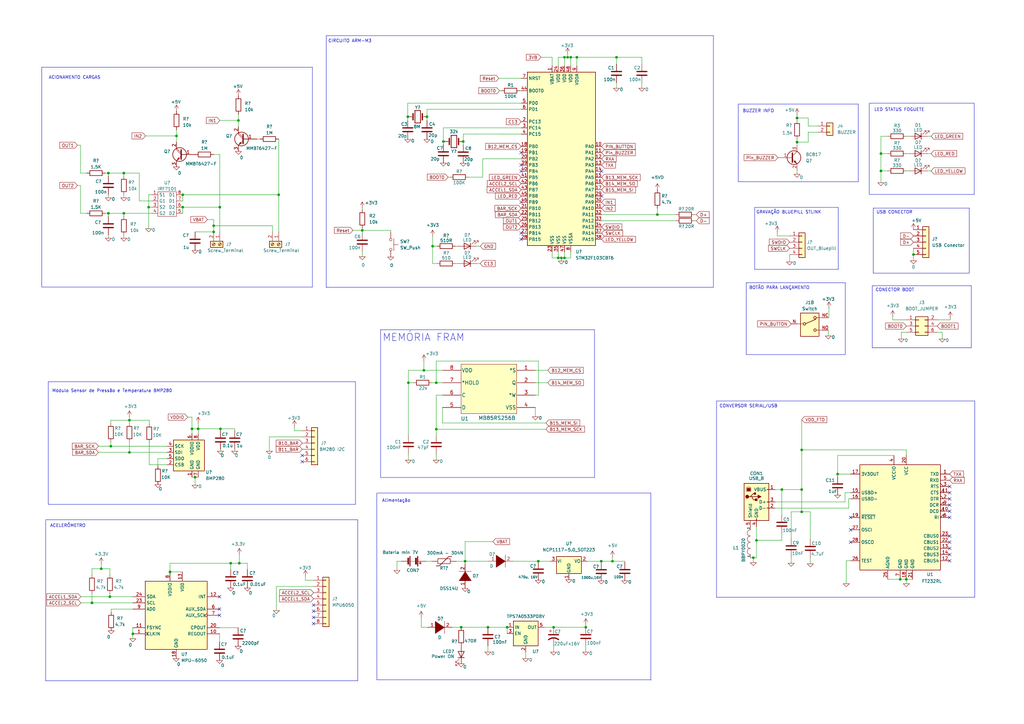
<source format=kicad_sch>
(kicad_sch (version 20230121) (generator eeschema)
  (paper "A3")
  (junction (at 371.729 237.617))
  (junction (at 53.086 185.547))
  (junction (at 326.898 58.293))
  (junction (at 328.803 200.787))
  (junction (at 236.601 23.495))
  (junction (at 252.857 23.495))
  (junction (at 181.864 58.039))
  (junction (at 240.2586 257.2766))
  (junction (at 328.803 209.931))
  (junction (at 320.675 200.787))
  (junction (at 44.45 70.993))
  (junction (at 269.621 88.011))
  (junction (at 167.513 156.972))
  (junction (at 41.529 233.299))
  (junction (at 114.3 79.883))
  (junction (at 326.898 48.387))
  (junction (at 90.17 84.963))
  (junction (at 90.424 175.895))
  (junction (at 251.206 230.1748))
  (junction (at 246.6086 230.1748))
  (junction (at 178.943 176.022))
  (junction (at 173.863 151.892))
  (junction (at 190.754 230.1748))
  (junction (at 177.419 100.965))
  (junction (at 87.63 92.583))
  (junction (at 232.791 23.495))
  (junction (at 44.45 87.503))
  (junction (at 343.535 194.437))
  (junction (at 167.259 47.879))
  (junction (at 220.8022 230.1748))
  (junction (at 80.01 195.707))
  (junction (at 60.96 84.963))
  (junction (at 45.085 244.729))
  (junction (at 230.251 105.791))
  (junction (at 74.93 84.963))
  (junction (at 361.315 70.104))
  (junction (at 310.261 221.615))
  (junction (at 369.189 237.617))
  (junction (at 87.63 95.123))
  (junction (at 98.171 231.013))
  (junction (at 231.521 23.495))
  (junction (at 189.992 58.039))
  (junction (at 175.133 47.879))
  (junction (at 54.483 259.969))
  (junction (at 45.466 183.007))
  (junction (at 69.723 234.569))
  (junction (at 361.315 62.992))
  (junction (at 308.991 228.727))
  (junction (at 50.8 87.503))
  (junction (at 228.981 105.791))
  (junction (at 78.74 175.895))
  (junction (at 74.93 79.883))
  (junction (at 81.28 175.895))
  (junction (at 374.65 104.394))
  (junction (at 148.59 94.488))
  (junction (at 189.1538 257.2766))
  (junction (at 234.061 23.495))
  (junction (at 227.0506 257.2766))
  (junction (at 178.943 156.972))
  (junction (at 97.79 49.403))
  (junction (at 72.39 55.753))
  (junction (at 231.521 105.791))
  (junction (at 37.719 247.269))
  (junction (at 94.615 231.013))
  (junction (at 208.0006 257.2766))
  (junction (at 328.803 184.531))
  (junction (at 53.086 172.339))
  (junction (at 50.8 70.993))
  (junction (at 200.1266 257.2766))
  (no_connect (at 213.741 95.631))
  (no_connect (at 348.869 222.377))
  (no_connect (at 213.741 62.611))
  (no_connect (at 213.741 70.231))
  (no_connect (at 213.741 98.171))
  (no_connect (at 246.761 70.231))
  (no_connect (at 90.043 244.729))
  (no_connect (at 389.509 227.457))
  (no_connect (at 389.509 219.837))
  (no_connect (at 128.6002 255.778))
  (no_connect (at 389.509 199.517))
  (no_connect (at 389.509 207.137))
  (no_connect (at 123.952 189.357))
  (no_connect (at 213.741 82.931))
  (no_connect (at 389.509 224.917))
  (no_connect (at 348.869 212.217))
  (no_connect (at 389.509 204.597))
  (no_connect (at 213.741 67.691))
  (no_connect (at 348.869 217.297))
  (no_connect (at 128.6002 253.238))
  (no_connect (at 128.6002 250.698))
  (no_connect (at 90.043 249.809))
  (no_connect (at 389.509 222.377))
  (no_connect (at 389.509 202.057))
  (no_connect (at 389.509 229.997))
  (no_connect (at 123.952 186.817))
  (no_connect (at 90.043 252.349))
  (no_connect (at 128.6002 248.158))
  (no_connect (at 389.509 212.217))
  (no_connect (at 246.761 80.391))
  (no_connect (at 389.509 209.677))
  (wire (pts (xy 123.952 176.657) (xy 120.777 176.657)))
  (wire (pts (xy 189.992 58.039) (xy 190.0428 58.0136)))
  (wire (pts (xy 175.133 47.879) (xy 175.133 49.403)))
  (wire (pts (xy 50.8 70.993) (xy 50.8 72.263)))
  (wire (pts (xy 87.63 92.583) (xy 87.63 90.043)))
  (wire (pts (xy 331.47 54.229) (xy 335.28 54.229)))
  (wire (pts (xy 208.534 54.991) (xy 213.741 54.991)))
  (wire (pts (xy 44.45 87.503) (xy 44.45 88.773)))
  (wire (pts (xy 236.601 23.495) (xy 252.857 23.495)))
  (wire (pts (xy 160.274 95.25) (xy 160.274 94.488)))
  (wire (pts (xy 204.597 32.131) (xy 213.741 32.131)))
  (wire (pts (xy 380.365 55.88) (xy 381.889 55.88)))
  (wire (pts (xy 87.63 95.123) (xy 80.01 95.123)))
  (wire (pts (xy 50.8 87.503) (xy 44.45 87.503)))
  (polyline (pts (xy 133.7818 14.605) (xy 292.608 14.605)))
  (polyline (pts (xy 266.954 278.8412) (xy 154.5844 278.8412)))
  (wire (pts (xy 187.198 230.1748) (xy 190.754 230.1748)))
  (wire (pts (xy 33.02 70.993) (xy 33.02 59.563)))
  (wire (pts (xy 45.466 172.339) (xy 53.086 172.339)))
  (wire (pts (xy 331.47 54.229) (xy 331.47 58.293)))
  (wire (pts (xy 96.266 175.895) (xy 90.424 175.895)))
  (wire (pts (xy 230.251 105.791) (xy 230.251 107.061)))
  (wire (pts (xy 167.513 156.972) (xy 167.513 178.562)))
  (wire (pts (xy 35.56 70.993) (xy 33.02 70.993)))
  (wire (pts (xy 87.63 90.043) (xy 85.09 90.043)))
  (wire (pts (xy 369.697 136.271) (xy 369.697 139.065)))
  (wire (pts (xy 69.723 231.013) (xy 94.615 231.013)))
  (wire (pts (xy 60.96 79.883) (xy 60.96 84.963)))
  (polyline (pts (xy 146.7358 279.2222) (xy 146.7358 213.1822)))
  (wire (pts (xy 190.754 222.123) (xy 202.1586 222.123)))
  (wire (pts (xy 148.59 93.599) (xy 148.59 94.488)))
  (wire (pts (xy 200.1266 264.8966) (xy 200.1266 267.4366)))
  (wire (pts (xy 361.315 62.992) (xy 361.315 70.104)))
  (wire (pts (xy 190.0428 54.9656) (xy 190.0428 58.0136)))
  (wire (pts (xy 228.981 27.051) (xy 228.981 23.495)))
  (wire (pts (xy 195.453 100.965) (xy 196.977 100.965)))
  (polyline (pts (xy 399.542 42.291) (xy 399.542 79.756)))
  (wire (pts (xy 220.8022 230.1748) (xy 220.8022 230.4034)))
  (wire (pts (xy 74.93 79.883) (xy 74.93 82.423)))
  (wire (pts (xy 361.315 55.88) (xy 361.315 62.992)))
  (wire (pts (xy 219.583 162.052) (xy 220.853 162.052)))
  (wire (pts (xy 213.741 65.151) (xy 197.9676 65.151)))
  (wire (pts (xy 240.2586 264.8966) (xy 240.2586 267.4366)))
  (wire (pts (xy 284.861 88.011) (xy 285.623 88.011)))
  (wire (pts (xy 90.424 175.895) (xy 90.424 176.657)))
  (polyline (pts (xy 145.796 206.883) (xy 19.812 206.883)))
  (wire (pts (xy 57.15 70.993) (xy 57.15 82.423)))
  (wire (pts (xy 310.261 221.615) (xy 320.675 221.615)))
  (wire (pts (xy 269.621 85.471) (xy 269.621 88.011)))
  (wire (pts (xy 31.75 59.563) (xy 33.02 59.563)))
  (polyline (pts (xy 352.044 74.549) (xy 302.768 74.549)))
  (wire (pts (xy 331.47 51.689) (xy 331.47 48.387)))
  (wire (pts (xy 78.74 171.069) (xy 76.962 171.069)))
  (wire (pts (xy 384.429 131.191) (xy 389.763 131.191)))
  (wire (pts (xy 226.441 27.051) (xy 226.441 23.495)))
  (wire (pts (xy 45.466 183.007) (xy 40.386 183.007)))
  (polyline (pts (xy 17.145 117.729) (xy 17.145 27.559)))
  (wire (pts (xy 348.869 229.997) (xy 347.091 229.997)))
  (wire (pts (xy 148.59 103.124) (xy 148.59 105.283)))
  (wire (pts (xy 208.0006 257.2766) (xy 208.0006 259.8166)))
  (wire (pts (xy 246.6086 230.1748) (xy 246.6086 230.632)))
  (wire (pts (xy 374.65 106.934) (xy 374.65 104.394)))
  (wire (pts (xy 231.521 27.051) (xy 231.521 23.495)))
  (wire (pts (xy 317.881 208.407) (xy 348.107 208.407)))
  (wire (pts (xy 61.214 181.483) (xy 61.214 190.627)))
  (wire (pts (xy 361.315 70.104) (xy 361.315 74.93)))
  (wire (pts (xy 228.981 23.495) (xy 231.521 23.495)))
  (wire (pts (xy 183.769 72.644) (xy 184.531 72.644)))
  (polyline (pts (xy 133.7818 14.7066) (xy 133.7818 117.9576)))
  (wire (pts (xy 190.754 231.1908) (xy 190.754 230.1748)))
  (wire (pts (xy 37.719 235.839) (xy 37.719 233.299)))
  (polyline (pts (xy 19.812 156.591) (xy 145.796 156.591)))
  (wire (pts (xy 263.271 23.495) (xy 263.271 26.289)))
  (wire (pts (xy 97.79 49.403) (xy 97.79 51.943)))
  (wire (pts (xy 60.96 84.963) (xy 60.96 93.853)))
  (wire (pts (xy 246.761 88.011) (xy 269.621 88.011)))
  (wire (pts (xy 328.803 209.931) (xy 324.485 209.931)))
  (wire (pts (xy 346.583 202.057) (xy 346.583 205.867)))
  (wire (pts (xy 361.315 62.992) (xy 364.109 62.992)))
  (wire (pts (xy 174.752 230.1748) (xy 177.038 230.1748)))
  (wire (pts (xy 190.754 222.123) (xy 190.754 230.1748)))
  (polyline (pts (xy 19.812 156.591) (xy 19.812 206.883)))
  (wire (pts (xy 328.803 184.531) (xy 371.729 184.531)))
  (wire (pts (xy 348.107 204.597) (xy 348.107 208.407)))
  (wire (pts (xy 61.214 172.339) (xy 61.214 173.863)))
  (wire (pts (xy 231.521 105.791) (xy 234.061 105.791)))
  (wire (pts (xy 310.261 221.615) (xy 310.261 228.727)))
  (wire (pts (xy 326.898 71.501) (xy 326.898 69.723)))
  (wire (pts (xy 228.981 105.791) (xy 230.251 105.791)))
  (wire (pts (xy 263.271 33.909) (xy 263.271 36.195)))
  (wire (pts (xy 221.869 23.495) (xy 226.441 23.495)))
  (wire (pts (xy 326.898 58.293) (xy 326.898 57.023)))
  (wire (pts (xy 53.086 185.547) (xy 40.386 185.547)))
  (wire (pts (xy 178.943 148.082) (xy 178.943 156.972)))
  (wire (pts (xy 31.75 76.073) (xy 33.02 76.073)))
  (polyline (pts (xy 358.14 85.344) (xy 397.51 85.344)))
  (wire (pts (xy 347.091 229.997) (xy 347.091 239.395)))
  (wire (pts (xy 319.024 64.643) (xy 319.278 64.643)))
  (wire (pts (xy 74.93 84.963) (xy 74.93 87.503)))
  (polyline (pts (xy 292.608 117.8052) (xy 133.7818 117.8052)))
  (wire (pts (xy 81.28 173.609) (xy 81.28 175.895)))
  (wire (pts (xy 185.4962 257.302) (xy 189.1538 257.2766)))
  (wire (pts (xy 234.061 105.791) (xy 234.061 103.251)))
  (wire (pts (xy 178.943 162.052) (xy 181.483 162.052)))
  (wire (pts (xy 210.4644 230.1494) (xy 220.8022 230.1748)))
  (wire (pts (xy 197.9676 72.644) (xy 192.151 72.644)))
  (polyline (pts (xy 18.7198 213.1822) (xy 146.7358 213.1822)))
  (wire (pts (xy 346.583 205.867) (xy 317.881 205.867)))
  (wire (pts (xy 240.9444 230.1748) (xy 246.6086 230.1748)))
  (wire (pts (xy 178.943 178.562) (xy 178.943 176.022)))
  (polyline (pts (xy 397.51 112.014) (xy 358.14 112.014)))
  (wire (pts (xy 227.0506 257.2766) (xy 240.2586 257.2766)))
  (polyline (pts (xy 397.51 85.344) (xy 397.51 112.014)))
  (wire (pts (xy 224.663 156.972) (xy 219.583 156.972)))
  (wire (pts (xy 374.65 101.854) (xy 374.65 104.394)))
  (wire (pts (xy 175.3362 257.302) (xy 172.7454 257.302)))
  (wire (pts (xy 45.085 244.729) (xy 54.483 244.729)))
  (wire (pts (xy 256.286 230.1748) (xy 251.206 230.1748)))
  (wire (pts (xy 200.1266 257.2766) (xy 208.0006 257.2766)))
  (polyline (pts (xy 358.14 85.344) (xy 358.14 112.014)))
  (wire (pts (xy 339.725 137.795) (xy 339.725 135.382)))
  (wire (pts (xy 81.28 175.895) (xy 90.424 175.895)))
  (wire (pts (xy 252.857 23.495) (xy 252.857 26.289)))
  (wire (pts (xy 144.78 94.488) (xy 148.59 94.488)))
  (wire (pts (xy 167.259 47.879) (xy 167.513 47.879)))
  (wire (pts (xy 78.74 171.069) (xy 78.74 175.895)))
  (wire (pts (xy 232.791 23.495) (xy 234.061 23.495)))
  (wire (pts (xy 386.461 136.271) (xy 386.461 139.065)))
  (wire (pts (xy 44.45 96.393) (xy 44.45 97.663)))
  (wire (pts (xy 251.206 228.5492) (xy 251.206 230.1748)))
  (wire (pts (xy 74.93 84.963) (xy 90.17 84.963)))
  (wire (pts (xy 223.901 173.482) (xy 181.483 173.482)))
  (polyline (pts (xy 292.608 14.605) (xy 292.608 117.8052)))
  (wire (pts (xy 343.535 186.817) (xy 343.535 194.437)))
  (wire (pts (xy 371.729 237.617) (xy 374.269 237.617)))
  (wire (pts (xy 64.77 188.087) (xy 68.58 188.087)))
  (wire (pts (xy 110.49 179.197) (xy 110.49 185.039)))
  (wire (pts (xy 33.147 247.269) (xy 37.719 247.269)))
  (wire (pts (xy 173.863 151.892) (xy 181.483 151.892)))
  (polyline (pts (xy 399.796 164.465) (xy 399.796 244.983)))
  (wire (pts (xy 328.803 209.931) (xy 332.359 209.931)))
  (wire (pts (xy 326.898 48.387) (xy 326.898 49.403)))
  (polyline (pts (xy 356.489 42.291) (xy 356.489 79.629)))
  (polyline (pts (xy 145.796 156.591) (xy 145.796 206.883)))
  (wire (pts (xy 44.45 79.883) (xy 44.45 81.153)))
  (wire (pts (xy 45.466 183.007) (xy 68.58 183.007)))
  (wire (pts (xy 366.141 131.191) (xy 371.729 131.191)))
  (wire (pts (xy 128.6002 240.538) (xy 113.3602 240.538)))
  (wire (pts (xy 74.93 79.883) (xy 114.3 79.883)))
  (wire (pts (xy 181.864 52.451) (xy 213.741 52.451)))
  (polyline (pts (xy 352.044 42.672) (xy 352.044 74.549)))
  (wire (pts (xy 167.259 47.879) (xy 167.259 49.403)))
  (wire (pts (xy 318.77 95.25) (xy 318.77 96.774)))
  (wire (pts (xy 284.861 90.551) (xy 285.623 90.551)))
  (wire (pts (xy 231.521 23.495) (xy 232.791 23.495)))
  (wire (pts (xy 53.086 181.229) (xy 53.086 185.547)))
  (wire (pts (xy 310.261 216.027) (xy 310.261 221.615)))
  (wire (pts (xy 78.74 175.895) (xy 81.28 175.895)))
  (wire (pts (xy 50.8 96.393) (xy 50.8 97.663)))
  (wire (pts (xy 98.171 231.013) (xy 101.473 231.013)))
  (wire (pts (xy 219.583 170.942) (xy 219.583 167.132)))
  (polyline (pts (xy 306.07 115.951) (xy 306.07 145.415)))
  (wire (pts (xy 252.857 23.495) (xy 263.271 23.495)))
  (wire (pts (xy 167.259 57.023) (xy 167.259 57.2262)))
  (wire (pts (xy 197.9676 65.151) (xy 197.9676 72.644)))
  (wire (pts (xy 195.453 108.077) (xy 196.977 108.077)))
  (wire (pts (xy 167.259 42.291) (xy 167.259 47.879)))
  (wire (pts (xy 335.28 51.689) (xy 331.47 51.689)))
  (wire (pts (xy 324.485 220.853) (xy 324.485 209.931)))
  (wire (pts (xy 204.851 37.211) (xy 205.613 37.211)))
  (wire (pts (xy 228.981 103.251) (xy 228.981 105.791)))
  (wire (pts (xy 361.315 55.88) (xy 364.109 55.88)))
  (wire (pts (xy 114.3 57.023) (xy 114.3 79.883)))
  (wire (pts (xy 105.41 57.023) (xy 106.68 57.023)))
  (wire (pts (xy 173.863 151.892) (xy 173.863 148.082)))
  (wire (pts (xy 320.675 200.787) (xy 328.803 200.787)))
  (wire (pts (xy 175.133 57.023) (xy 175.133 57.2262)))
  (polyline (pts (xy 128.143 117.729) (xy 17.272 117.729)))
  (wire (pts (xy 181.864 58.039) (xy 182.372 58.039)))
  (wire (pts (xy 50.8 70.993) (xy 57.15 70.993)))
  (wire (pts (xy 94.615 231.013) (xy 98.171 231.013)))
  (wire (pts (xy 339.979 130.302) (xy 339.725 130.302)))
  (wire (pts (xy 44.45 70.993) (xy 44.45 72.263)))
  (wire (pts (xy 181.864 58.039) (xy 181.864 59.2582)))
  (wire (pts (xy 175.133 44.831) (xy 213.741 44.831)))
  (wire (pts (xy 81.28 175.895) (xy 81.28 177.927)))
  (wire (pts (xy 50.8 79.883) (xy 50.8 81.153)))
  (wire (pts (xy 164.592 230.1748) (xy 162.814 230.1748)))
  (wire (pts (xy 90.043 259.969) (xy 90.043 263.271)))
  (wire (pts (xy 101.473 231.013) (xy 101.473 233.553)))
  (wire (pts (xy 60.96 79.883) (xy 62.23 79.883)))
  (wire (pts (xy 323.85 104.394) (xy 323.85 107.442)))
  (polyline (pts (xy 398.399 117.221) (xy 398.399 142.621)))
  (wire (pts (xy 78.74 175.895) (xy 78.74 177.927)))
  (wire (pts (xy 96.266 184.277) (xy 96.266 185.039)))
  (wire (pts (xy 328.803 209.931) (xy 328.803 200.787)))
  (polyline (pts (xy 302.768 42.799) (xy 302.768 74.549)))
  (wire (pts (xy 324.485 228.473) (xy 324.485 231.013)))
  (wire (pts (xy 94.615 233.553) (xy 94.615 231.013)))
  (wire (pts (xy 62.23 82.423) (xy 57.15 82.423)))
  (wire (pts (xy 226.441 103.251) (xy 226.441 105.791)))
  (wire (pts (xy 181.483 173.482) (xy 181.483 167.132)))
  (wire (pts (xy 62.23 87.503) (xy 50.8 87.503)))
  (wire (pts (xy 87.63 63.373) (xy 90.17 63.373)))
  (wire (pts (xy 220.853 148.082) (xy 178.943 148.082)))
  (wire (pts (xy 371.729 184.531) (xy 371.729 186.817)))
  (polyline (pts (xy 356.743 42.291) (xy 399.415 42.291)))
  (wire (pts (xy 90.17 63.373) (xy 90.17 84.963)))
  (wire (pts (xy 90.17 84.963) (xy 90.17 95.123)))
  (wire (pts (xy 80.01 195.707) (xy 78.74 195.707)))
  (wire (pts (xy 189.1538 257.2766) (xy 200.1266 257.2766)))
  (wire (pts (xy 120.777 176.657) (xy 120.777 175.006)))
  (polyline (pts (xy 154.7622 202.2094) (xy 266.954 202.2094)))
  (wire (pts (xy 331.47 58.293) (xy 326.898 58.293)))
  (wire (pts (xy 69.723 231.013) (xy 69.723 234.569)))
  (wire (pts (xy 189.992 58.039) (xy 189.992 59.3344)))
  (wire (pts (xy 186.817 108.077) (xy 187.833 108.077)))
  (wire (pts (xy 169.545 156.972) (xy 167.513 156.972)))
  (wire (pts (xy 189.1538 264.6426) (xy 189.1538 264.8966)))
  (wire (pts (xy 45.085 243.459) (xy 45.085 244.729)))
  (wire (pts (xy 33.147 244.729) (xy 45.085 244.729)))
  (polyline (pts (xy 399.542 79.756) (xy 356.489 79.756)))
  (wire (pts (xy 308.991 228.727) (xy 308.991 230.759)))
  (wire (pts (xy 348.869 194.437) (xy 343.535 194.437)))
  (polyline (pts (xy 293.878 164.465) (xy 293.878 244.983)))
  (wire (pts (xy 320.675 200.787) (xy 320.675 211.201)))
  (wire (pts (xy 148.59 85.979) (xy 148.59 85.344)))
  (polyline (pts (xy 18.7198 213.4362) (xy 18.7198 279.2222)))
  (wire (pts (xy 215.6206 270.129) (xy 215.6206 267.4366)))
  (wire (pts (xy 172.7454 257.302) (xy 172.7454 253.2634)))
  (wire (pts (xy 252.857 33.909) (xy 252.857 36.195)))
  (polyline (pts (xy 17.145 27.559) (xy 128.143 27.559)))
  (wire (pts (xy 332.359 228.727) (xy 332.359 231.267)))
  (wire (pts (xy 87.63 95.123) (xy 87.63 92.583)))
  (wire (pts (xy 178.943 176.022) (xy 178.943 162.052)))
  (wire (pts (xy 343.535 194.437) (xy 343.535 195.453)))
  (wire (pts (xy 59.69 55.753) (xy 72.39 55.753)))
  (wire (pts (xy 45.085 235.839) (xy 45.085 233.299)))
  (polyline (pts (xy 154.559 202.184) (xy 154.5844 278.8412)))
  (wire (pts (xy 380.365 70.104) (xy 381.889 70.104)))
  (wire (pts (xy 97.79 46.863) (xy 97.79 49.403)))
  (wire (pts (xy 178.943 188.722) (xy 178.943 186.182)))
  (wire (pts (xy 80.01 195.707) (xy 81.28 195.707)))
  (wire (pts (xy 374.65 104.394) (xy 374.6246 104.394)))
  (polyline (pts (xy 306.07 115.951) (xy 346.71 115.951)))
  (wire (pts (xy 186.817 100.965) (xy 187.833 100.965)))
  (polyline (pts (xy 343.789 85.09) (xy 343.789 110.49)))
  (wire (pts (xy 369.189 237.617) (xy 371.729 237.617)))
  (wire (pts (xy 90.17 49.403) (xy 97.79 49.403)))
  (polyline (pts (xy 266.954 202.2094) (xy 266.954 278.9682)))
  (wire (pts (xy 190.754 230.1748) (xy 200.3044 230.1494)))
  (wire (pts (xy 111.76 95.123) (xy 111.76 92.583)))
  (wire (pts (xy 110.49 179.197) (xy 123.952 179.197)))
  (wire (pts (xy 148.59 94.488) (xy 148.59 95.504)))
  (wire (pts (xy 87.63 92.583) (xy 111.76 92.583)))
  (polyline (pts (xy 398.399 142.621) (xy 357.759 142.621)))
  (polyline (pts (xy 156.083 135.255) (xy 243.84 135.255)))
  (wire (pts (xy 308.991 228.727) (xy 310.261 228.727)))
  (wire (pts (xy 177.165 156.972) (xy 178.943 156.972)))
  (wire (pts (xy 320.675 218.821) (xy 320.675 221.615)))
  (wire (pts (xy 53.086 172.339) (xy 61.214 172.339)))
  (wire (pts (xy 181.483 156.972) (xy 178.943 156.972)))
  (wire (pts (xy 61.214 190.627) (xy 68.58 190.627)))
  (wire (pts (xy 366.649 186.817) (xy 343.535 186.817)))
  (wire (pts (xy 53.086 185.547) (xy 68.58 185.547)))
  (wire (pts (xy 167.513 151.892) (xy 167.513 156.972)))
  (wire (pts (xy 69.723 234.569) (xy 74.803 234.569)))
  (wire (pts (xy 113.3602 240.538) (xy 113.3602 250.444)))
  (polyline (pts (xy 156.083 135.1788) (xy 156.083 195.7578)))
  (wire (pts (xy 318.77 96.774) (xy 323.85 96.774)))
  (wire (pts (xy 181.864 52.451) (xy 181.864 58.039)))
  (wire (pts (xy 54.483 262.001) (xy 54.483 259.969)))
  (wire (pts (xy 179.197 100.965) (xy 177.419 100.965)))
  (wire (pts (xy 45.593 249.809) (xy 45.593 251.079)))
  (polyline (pts (xy 309.499 85.09) (xy 343.789 85.09)))
  (wire (pts (xy 339.979 126.365) (xy 339.979 130.302)))
  (wire (pts (xy 348.869 202.057) (xy 346.583 202.057)))
  (wire (pts (xy 226.441 105.791) (xy 228.981 105.791)))
  (wire (pts (xy 331.47 48.387) (xy 326.898 48.387)))
  (wire (pts (xy 364.109 237.617) (xy 369.189 237.617)))
  (wire (pts (xy 167.513 188.722) (xy 167.513 186.182)))
  (wire (pts (xy 231.521 103.251) (xy 231.521 105.791)))
  (wire (pts (xy 37.719 247.269) (xy 37.719 243.459)))
  (wire (pts (xy 37.719 233.299) (xy 41.529 233.299)))
  (wire (pts (xy 389.763 131.191) (xy 389.763 130.429)))
  (wire (pts (xy 213.233 37.211) (xy 213.741 37.211)))
  (wire (pts (xy 227.0506 264.8966) (xy 227.0506 267.4366)))
  (wire (pts (xy 371.729 237.617) (xy 371.729 239.395)))
  (wire (pts (xy 90.043 257.429) (xy 97.663 257.429)))
  (wire (pts (xy 45.466 172.339) (xy 45.466 173.609)))
  (wire (pts (xy 54.483 249.809) (xy 45.593 249.809)))
  (wire (pts (xy 80.01 199.009) (xy 80.01 195.707)))
  (polyline (pts (xy 128.143 27.559) (xy 128.143 117.729)))
  (wire (pts (xy 50.8 87.503) (xy 50.8 88.773)))
  (wire (pts (xy 175.133 44.831) (xy 175.133 47.879)))
  (wire (pts (xy 269.621 88.011) (xy 277.241 88.011)))
  (wire (pts (xy 177.419 100.965) (xy 177.419 108.077)))
  (wire (pts (xy 173.863 151.892) (xy 167.513 151.892)))
  (wire (pts (xy 50.8 70.993) (xy 44.45 70.993)))
  (wire (pts (xy 332.359 209.931) (xy 332.359 221.107)))
  (polyline (pts (xy 293.878 164.465) (xy 399.796 164.465)))
  (wire (pts (xy 64.77 188.087) (xy 64.77 191.135)))
  (wire (pts (xy 326.898 58.293) (xy 326.898 59.563)))
  (wire (pts (xy 162.814 230.1748) (xy 162.814 233.9848)))
  (wire (pts (xy 43.18 70.993) (xy 44.45 70.993)))
  (wire (pts (xy 72.39 55.753) (xy 72.39 58.293)))
  (wire (pts (xy 234.061 27.051) (xy 234.061 23.495)))
  (polyline (pts (xy 357.759 117.221) (xy 398.399 117.221)))
  (wire (pts (xy 371.729 55.88) (xy 372.745 55.88)))
  (wire (pts (xy 371.729 62.992) (xy 372.745 62.992)))
  (wire (pts (xy 371.729 136.271) (xy 369.697 136.271)))
  (wire (pts (xy 230.251 105.791) (xy 231.521 105.791)))
  (wire (pts (xy 246.761 90.551) (xy 277.241 90.551)))
  (polyline (pts (xy 343.789 110.49) (xy 309.499 110.49)))
  (wire (pts (xy 43.18 87.503) (xy 44.45 87.503)))
  (wire (pts (xy 114.3 79.883) (xy 114.3 95.123)))
  (wire (pts (xy 53.086 172.339) (xy 53.086 173.609)))
  (wire (pts (xy 41.529 233.299) (xy 41.529 231.267)))
  (wire (pts (xy 234.061 23.495) (xy 236.601 23.495)))
  (polyline (pts (xy 357.759 117.221) (xy 357.759 142.621)))
  (wire (pts (xy 54.483 247.269) (xy 37.719 247.269)))
  (polyline (pts (xy 399.796 244.983) (xy 293.878 244.983)))
  (wire (pts (xy 361.315 70.104) (xy 364.109 70.104)))
  (wire (pts (xy 179.197 108.077) (xy 177.419 108.077)))
  (wire (pts (xy 380.365 62.992) (xy 381.889 62.992)))
  (wire (pts (xy 167.259 42.291) (xy 213.741 42.291)))
  (wire (pts (xy 223.2406 257.2766) (xy 227.0506 257.2766)))
  (wire (pts (xy 366.141 129.921) (xy 366.141 131.191)))
  (polyline (pts (xy 18.7198 279.2222) (xy 146.7358 279.2222)))
  (wire (pts (xy 90.424 184.277) (xy 90.424 185.039)))
  (wire (pts (xy 223.901 176.022) (xy 178.943 176.022)))
  (wire (pts (xy 220.8022 230.1748) (xy 225.7044 230.1748)))
  (wire (pts (xy 98.171 227.457) (xy 98.171 231.013)))
  (wire (pts (xy 384.429 136.271) (xy 386.461 136.271)))
  (wire (pts (xy 190.0428 54.9656) (xy 208.534 54.991)))
  (polyline (pts (xy 309.499 85.09) (xy 309.499 110.49)))
  (wire (pts (xy 251.206 230.1748) (xy 246.6086 230.1748)))
  (wire (pts (xy 240.2586 257.2766) (xy 240.2586 256.2606)))
  (wire (pts (xy 45.085 233.299) (xy 41.529 233.299)))
  (wire (pts (xy 348.869 204.597) (xy 348.107 204.597)))
  (wire (pts (xy 60.96 84.963) (xy 62.23 84.963)))
  (wire (pts (xy 326.898 47.117) (xy 326.898 48.387)))
  (wire (pts (xy 224.663 151.892) (xy 219.583 151.892)))
  (polyline (pts (xy 346.71 145.415) (xy 306.07 145.415)))
  (wire (pts (xy 72.39 53.213) (xy 72.39 55.753)))
  (wire (pts (xy 328.803 172.085) (xy 328.803 184.531)))
  (wire (pts (xy 328.803 184.531) (xy 328.803 200.787)))
  (wire (pts (xy 220.853 162.052) (xy 220.853 148.082)))
  (wire (pts (xy 160.274 94.488) (xy 148.59 94.488)))
  (wire (pts (xy 232.791 22.225) (xy 232.791 23.495)))
  (wire (pts (xy 53.086 171.069) (xy 53.086 172.339)))
  (wire (pts (xy 125.2728 237.998) (xy 125.2728 236.4232)))
  (wire (pts (xy 256.286 230.5812) (xy 256.286 230.1748)))
  (wire (pts (xy 317.881 200.787) (xy 320.675 200.787)))
  (wire (pts (xy 236.601 23.495) (xy 236.601 27.051)))
  (wire (pts (xy 371.729 70.104) (xy 372.745 70.104)))
  (wire (pts (xy 96.266 176.657) (xy 96.266 175.895)))
  (wire (pts (xy 45.466 181.229) (xy 45.466 183.007)))
  (polyline (pts (xy 243.84 195.834) (xy 156.083 195.834)))
  (wire (pts (xy 177.419 100.965) (xy 177.419 96.901)))
  (polyline (pts (xy 302.768 42.672) (xy 352.044 42.672)))
  (polyline (pts (xy 346.71 115.951) (xy 346.71 145.288)))
  (wire (pts (xy 307.721 228.727) (xy 308.991 228.727)))
  (wire (pts (xy 128.6002 237.998) (xy 125.2728 237.998)))
  (wire (pts (xy 35.56 87.503) (xy 33.02 87.503)))
  (polyline (pts (xy 243.84 135.255) (xy 243.84 195.834)))
  (wire (pts (xy 33.02 87.503) (xy 33.02 76.073)))
  (wire (pts (xy 54.483 257.429) (xy 54.483 259.969)))
  (text "MEMÓRIA FRAM" (at 156.845 140.335 0) (effects (font (size 3 3)) (justify left bottom)))
  (text "CIRCUITO ARM-M3\n" (at 134.5946 17.653 0) (effects (font (size 1.27 1.27)) (justify left bottom)))
  (text "LED STATUS FOGUETE" (at 358.521 45.847 0) (effects (font (size 1.27 1.27)) (justify left bottom)))
  (text "CONVERSOR SERIAL/USB" (at 295.021 167.386 0) (effects (font (size 1.27 1.27)) (justify left bottom)))
  (text "Alimentação" (at 156.6418 206.1718 0) (effects (font (size 1.27 1.27)) (justify left bottom)))
  (text "GRAVAÇÃO BLUEPILL STLINK" (at 310.134 87.884 0) (effects (font (size 1.27 1.27)) (justify left bottom)))
  (text "ACELERÔMETRO" (at 20.4978 216.4842 0) (effects (font (size 1.27 1.27)) (justify left bottom)))
  (text "BUZZER INFO\n" (at 304.546 46.355 0) (effects (font (size 1.27 1.27)) (justify left bottom)))
  (text "CONECTOR BOOT" (at 359.029 119.761 0) (effects (font (size 1.27 1.27)) (justify left bottom)))
  (text "BOTÃO PARA LANÇAMENTO" (at 307.213 118.872 0) (effects (font (size 1.27 1.27)) (justify left bottom)))
  (text "ACIONAMENTO CARGAS\n" (at 19.939 32.639 0) (effects (font (size 1.27 1.27)) (justify left bottom)))
  (text "Módulo Sensor de Pressão e Temperatura BMP280" (at 21.336 161.163 0) (effects (font (size 1.27 1.27)) (justify left bottom)))
  (text "USB CONECTOR" (at 359.41 87.884 0) (effects (font (size 1.27 1.27)) (justify left bottom)))
  (global_label "ACCEL1_SDA" (shape input) (at 213.741 77.851 180) (property "Intersheetrefs" "${INTERSHEET_REFS}" (effects hide)))
  (global_label "B13_MEM_SCK" (shape input) (at 246.761 72.771 0) (property "Intersheetrefs" "${INTERSHEET_REFS}" (effects hide)))
  (global_label "B14_MEM_SO" (shape input) (at 246.761 75.311 0) (property "Intersheetrefs" "${INTERSHEET_REFS}" (effects hide)))
  (global_label "LED_GREEN" (shape input) (at 381.889 55.88 0) (property "Intersheetrefs" "${INTERSHEET_REFS}" (effects hide)))
  (global_label "VBAT" (shape input) (at 202.1586 222.123 0) (property "Intersheetrefs" "${INTERSHEET_REFS}" (effects hide)))
  (global_label "SWCLK" (shape input) (at 323.85 101.854 180) (property "Intersheetrefs" "${INTERSHEET_REFS}" (effects hide)))
  (global_label "IN1" (shape input) (at 246.761 82.931 0) (property "Intersheetrefs" "${INTERSHEET_REFS}" (effects hide)))
  (global_label "BAR_SDA" (shape input) (at 213.741 88.011 180) (property "Intersheetrefs" "${INTERSHEET_REFS}" (effects hide)))
  (global_label "PIN_BUTTON" (shape input) (at 324.485 132.842 180) (property "Intersheetrefs" "${INTERSHEET_REFS}" (effects hide)))
  (global_label "IN2" (shape input) (at 246.761 85.471 0) (property "Intersheetrefs" "${INTERSHEET_REFS}" (effects hide)))
  (global_label "C13" (shape input) (at 196.977 108.077 0) (property "Intersheetrefs" "${INTERSHEET_REFS}" (effects hide)))
  (global_label "SWDIO" (shape input) (at 246.761 93.091 0) (property "Intersheetrefs" "${INTERSHEET_REFS}" (effects hide)))
  (global_label "BAR_SDA" (shape input) (at 40.386 185.547 180) (property "Intersheetrefs" "${INTERSHEET_REFS}" (effects hide)))
  (global_label "GND" (shape input) (at 196.977 100.965 0) (property "Intersheetrefs" "${INTERSHEET_REFS}" (effects hide)))
  (global_label "LED_RED" (shape input) (at 213.741 80.391 180) (property "Intersheetrefs" "${INTERSHEET_REFS}" (effects hide)))
  (global_label "ACCEL2_SCL" (shape input) (at 128.6002 243.078 180) (property "Intersheetrefs" "${INTERSHEET_REFS}" (effects hide)))
  (global_label "B15_MEM_SI" (shape input) (at 246.761 77.851 0) (property "Intersheetrefs" "${INTERSHEET_REFS}" (effects hide)))
  (global_label "ACCEL1_SDA" (shape input) (at 128.6002 245.618 180) (property "Intersheetrefs" "${INTERSHEET_REFS}" (effects hide)))
  (global_label "RXA" (shape input) (at 246.761 65.151 0) (property "Intersheetrefs" "${INTERSHEET_REFS}" (effects hide)))
  (global_label "IN1" (shape input) (at 90.17 49.403 180) (property "Intersheetrefs" "${INTERSHEET_REFS}" (effects hide)))
  (global_label "RXA" (shape input) (at 389.509 196.977 0) (property "Intersheetrefs" "${INTERSHEET_REFS}" (effects hide)))
  (global_label "B15_MEM_SI" (shape input) (at 223.901 173.482 0) (property "Intersheetrefs" "${INTERSHEET_REFS}" (effects hide)))
  (global_label "B12_MEM_CS" (shape input) (at 213.741 60.071 180) (property "Intersheetrefs" "${INTERSHEET_REFS}" (effects hide)))
  (global_label "SWCLK" (shape input) (at 246.761 95.631 0) (property "Intersheetrefs" "${INTERSHEET_REFS}" (effects hide)))
  (global_label "LED_YELLOW" (shape input) (at 246.761 98.171 0) (property "Intersheetrefs" "${INTERSHEET_REFS}" (effects hide)))
  (global_label "OUT2" (shape input) (at 213.741 93.091 180) (property "Intersheetrefs" "${INTERSHEET_REFS}" (effects hide)))
  (global_label "BOOT0" (shape input) (at 183.769 72.644 180) (property "Intersheetrefs" "${INTERSHEET_REFS}" (effects hide)))
  (global_label "LED_GREEN" (shape input) (at 213.741 72.771 180) (property "Intersheetrefs" "${INTERSHEET_REFS}" (effects hide)))
  (global_label "BOOT0" (shape input) (at 204.851 37.211 180) (property "Intersheetrefs" "${INTERSHEET_REFS}" (effects hide)))
  (global_label "ACCEL1_SDA" (shape input) (at 33.147 244.729 180) (property "Intersheetrefs" "${INTERSHEET_REFS}" (effects hide)))
  (global_label "C13" (shape input) (at 213.741 49.911 180) (property "Intersheetrefs" "${INTERSHEET_REFS}" (effects hide)))
  (global_label "B11_BAR" (shape input) (at 123.952 184.277 180) (property "Intersheetrefs" "${INTERSHEET_REFS}" (effects hide)))
  (global_label "B10_BAR" (shape input) (at 123.952 181.737 180) (property "Intersheetrefs" "${INTERSHEET_REFS}" (effects hide)))
  (global_label "D+" (shape input) (at 374.65 99.314 180) (property "Intersheetrefs" "${INTERSHEET_REFS}" (effects hide)))
  (global_label "TXA" (shape input) (at 246.761 67.691 0) (property "Intersheetrefs" "${INTERSHEET_REFS}" (effects hide)))
  (global_label "ACCEL2_SCL" (shape input) (at 213.741 75.311 180) (property "Intersheetrefs" "${INTERSHEET_REFS}" (effects hide)))
  (global_label "B12_MEM_CS" (shape input) (at 224.663 151.892 0) (property "Intersheetrefs" "${INTERSHEET_REFS}" (effects hide)))
  (global_label "D-" (shape input) (at 374.65 96.774 180) (property "Intersheetrefs" "${INTERSHEET_REFS}" (effects hide)))
  (global_label "D-" (shape input) (at 285.623 90.551 0) (property "Intersheetrefs" "${INTERSHEET_REFS}" (effects hide)))
  (global_label "Reset" (shape input) (at 144.78 94.488 180) (property "Intersheetrefs" "${INTERSHEET_REFS}" (effects hide)))
  (global_label "OUT2" (shape input) (at 31.75 76.073 180) (property "Intersheetrefs" "${INTERSHEET_REFS}" (effects hide)))
  (global_label "SWDIO" (shape input) (at 323.85 99.314 180) (property "Intersheetrefs" "${INTERSHEET_REFS}" (effects hide)))
  (global_label "B13_MEM_SCK" (shape input) (at 223.901 176.022 0) (property "Intersheetrefs" "${INTERSHEET_REFS}" (effects hide)))
  (global_label "VDD_FTD" (shape input) (at 328.803 172.085 0) (property "Intersheetrefs" "${INTERSHEET_REFS}" (effects hide)))
  (global_label "BAR_SCK" (shape input) (at 40.386 183.007 180) (property "Intersheetrefs" "${INTERSHEET_REFS}" (effects hide)))
  (global_label "BOOT1" (shape input) (at 384.429 133.731 0) (property "Intersheetrefs" "${INTERSHEET_REFS}" (effects hide)))
  (global_label "LED_YELLOW" (shape input) (at 381.889 70.104 0) (property "Intersheetrefs" "${INTERSHEET_REFS}" (effects hide)))
  (global_label "Pin_BUZZER" (shape input) (at 319.024 64.643 180) (property "Intersheetrefs" "${INTERSHEET_REFS}" (effects hide)))
  (global_label "ACCEL2_SCL" (shape input) (at 33.147 247.269 180) (property "Intersheetrefs" "${INTERSHEET_REFS}" (effects hide)))
  (global_label "PIN_BUTTON" (shape input) (at 246.761 60.071 0) (property "Intersheetrefs" "${INTERSHEET_REFS}" (effects hide)))
  (global_label "B14_MEM_SO" (shape input) (at 224.663 156.972 0) (property "Intersheetrefs" "${INTERSHEET_REFS}" (effects hide)))
  (global_label "OUT1" (shape input) (at 213.741 90.551 180) (property "Intersheetrefs" "${INTERSHEET_REFS}" (effects hide)))
  (global_label "VDDIO" (shape input) (at 76.962 171.069 180) (property "Intersheetrefs" "${INTERSHEET_REFS}" (effects hide)))
  (global_label "BAR_SCK" (shape input) (at 213.741 85.471 180) (property "Intersheetrefs" "${INTERSHEET_REFS}" (effects hide)))
  (global_label "3VB" (shape input) (at 221.869 23.495 180) (property "Intersheetrefs" "${INTERSHEET_REFS}" (effects hide)))
  (global_label "OUT1" (shape input) (at 31.75 59.563 180) (property "Intersheetrefs" "${INTERSHEET_REFS}" (effects hide)))
  (global_label "BOOT0" (shape input) (at 371.729 133.731 180) (property "Intersheetrefs" "${INTERSHEET_REFS}" (effects hide)))
  (global_label "VBAT" (shape input) (at 85.09 90.043 180) (property "Intersheetrefs" "${INTERSHEET_REFS}" (effects hide)))
  (global_label "IN2" (shape input) (at 59.69 55.753 180) (property "Intersheetrefs" "${INTERSHEET_REFS}" (effects hide)))
  (global_label "Pin_BUZZER" (shape input) (at 246.761 62.611 0) (property "Intersheetrefs" "${INTERSHEET_REFS}" (effects hide)))
  (global_label "TXA" (shape input) (at 389.509 194.437 0) (property "Intersheetrefs" "${INTERSHEET_REFS}" (effects hide)))
  (global_label "Reset" (shape input) (at 204.597 32.131 180) (property "Intersheetrefs" "${INTERSHEET_REFS}" (effects hide)))
  (global_label "D+" (shape input) (at 285.623 88.011 0) (property "Intersheetrefs" "${INTERSHEET_REFS}" (effects hide)))
  (global_label "LED_RED" (shape input) (at 381.889 62.992 0) (property "Intersheetrefs" "${INTERSHEET_REFS}" (effects hide)))
  (symbol (lib_id "Device:Crystal") (at 171.323 47.879 0) (unit 1)
    (property "Reference" "Y?" (at 171.323 44.069 0))
    (property "Value" "8M" (at 171.069 51.943 0))
  )
  (symbol (lib_id "pspice:0") (at 110.49 185.039 0) (unit 1)
    (property "Reference" "#GND0123" (effects hide))
    (property "Value" "0" (at 110.49 187.579 0))
  )
  (symbol (lib_id "power:+3.3V") (at 53.086 171.069 0) (unit 1)
    (property "Reference" "#PWR0106" (effects hide))
    (property "Value" "+3.3V" (at 53.467 166.6748 0))
  )
  (symbol (lib_id "Connector_Generic:Conn_01x04") (at 328.93 99.314 0) (unit 1)
    (property "Reference" "J?" (at 330.962 99.3139 0) (effects (justify left)))
    (property "Value" "OUT_Bluepill" (at 330.962 101.8539 0) (effects (justify left)))
  )
  (symbol (lib_id "Device:C") (at 80.01 98.933 0) (unit 1)
    (property "Reference" "C?" (at 74.93 96.52 0) (effects (justify left)))
    (property "Value" "1u" (at 75.057 101.473 0) (effects (justify left)))
  )
  (symbol (lib_id "Device:C") (at 200.1266 261.0866 0) (unit 1)
    (property "Reference" "C?" (at 202.7682 261.1882 0) (effects (justify left)))
    (property "Value" "100nF" (at 202.0062 263.3726 0) (effects (justify left)))
    (property "Footprint" "Capacitor_SMD:C_0603_1608Metric_Pad1.08x0.95mm_HandSolder" (effects hide))
  )
  (symbol (lib_id "Connector_Generic:Conn_01x02") (at 340.36 51.689 0) (unit 1)
    (property "Reference" "J4" (at 343.408 51.6889 0) (effects (justify left)))
    (property "Value" "BUZZER" (at 343.408 54.2289 0) (effects (justify left)))
  )
  (symbol (lib_id "power:+3.3V") (at 240.2586 256.2606 0) (unit 1)
    (property "Reference" "#PWR0116" (effects hide))
    (property "Value" "+3.3V" (at 240.6396 251.8664 0))
  )
  (symbol (lib_id "Connector:USB_B") (at 310.261 205.867 0) (unit 1)
    (property "Reference" "CON1" (at 310.261 194.183 0))
    (property "Value" "USB_B" (at 310.261 196.215 0))
    (property "Footprint" "Connector_USB:USB_B_Lumberg_2411_02_Horizontal" (effects hide))
    (property "Datasheet" " ~" (effects hide))
  )
  (symbol (lib_id "Device:C") (at 343.535 199.263 0) (unit 1)
    (property "Reference" "C11" (at 338.582 196.977 0) (effects (justify left)))
    (property "Value" "1uF" (at 339.725 201.549 0) (effects (justify left)))
    (property "Footprint" "Capacitor_SMD:C_0603_1608Metric_Pad1.08x0.95mm_HandSolder" (effects hide))
  )
  (symbol (lib_id "Device:Q_NPN_Darlington_BCE") (at 100.33 57.023 0) (mirror y) (unit 1)
    (property "Reference" "Q?" (at 95.25 55.7529 0) (effects (justify left)))
    (property "Value" "MMBT6427-F" (at 113.792 60.833 0) (effects (justify left)))
  )
  (symbol (lib_id "pspice:0") (at 263.271 36.195 0) (unit 1)
    (property "Reference" "#GND0104" (effects hide))
    (property "Value" "0" (at 265.303 36.703 0))
  )
  (symbol (lib_id "pspice:0") (at 230.251 107.061 0) (unit 1)
    (property "Reference" "#GND0109" (effects hide))
    (property "Value" "0" (at 232.283 107.569 0))
  )
  (symbol (lib_id "Device:R") (at 39.37 70.993 90) (unit 1)
    (property "Reference" "R?" (at 39.37 65.913 90))
    (property "Value" "1.5K" (at 39.37 68.453 90))
  )
  (symbol (lib_id "power:+3.3V") (at 232.791 22.225 0) (unit 1)
    (property "Reference" "#PWR0104" (effects hide))
    (property "Value" "+3.3V" (at 232.537 18.669 0))
  )
  (symbol (lib_id "Sensor_Motion:MPU-6050") (at 72.263 252.349 0) (unit 1)
    (property "Reference" "U?" (at 74.2824 268.351 0) (effects (justify left)))
    (property "Value" "MPU-6050" (at 74.2824 270.891 0) (effects (justify left)))
    (property "Footprint" "Sensor_Motion:InvenSense_QFN-24_4x4mm_P0.5mm" (effects hide))
    (property "Datasheet" "https://store.invensense.com/datasheets/invensense/MPU-6050_DataSheet_V3%204.pdf" (effects hide))
  )
  (symbol (lib_id "pspice:0") (at 160.274 105.41 0) (unit 1)
    (property "Reference" "#GND0105" (effects hide))
    (property "Value" "0" (at 160.655 108.839 0))
  )
  (symbol (lib_id "HLI-M-rescue:FM25V10-GTR-2021-05-23_22-45-04") (at 200.533 159.512 0) (mirror y) (unit 1)
    (property "Reference" "U1" (at 190.627 171.704 0) (effects (font (size 1.524 1.524))))
    (property "Value" "MB85RS256B" (at 203.835 171.45 0) (effects (font (size 1.524 1.524))))
    (property "Footprint" "4:FM25V10-GTR" (effects hide))
  )
  (symbol (lib_id "Device:R") (at 209.423 37.211 90) (unit 1)
    (property "Reference" "R1" (at 209.423 34.925 90))
    (property "Value" "100K" (at 209.423 39.497 90))
  )
  (symbol (lib_id "MCU_ST_STM32F1:STM32F103C8Tx") (at 231.521 65.151 0) (unit 1)
    (property "Reference" "U?" (at 236.0804 103.251 0) (effects (justify left)))
    (property "Value" "STM32F103CBT6" (at 236.0804 105.791 0) (effects (justify left)))
    (property "Footprint" "Package_QFP:LQFP-48_7x7mm_P0.5mm" (effects hide))
    (property "Datasheet" "http://www.st.com/st-web-ui/static/active/en/resource/technical/document/datasheet/CD00161566.pdf" (effects hide))
  )
  (symbol (lib_id "Device:R") (at 189.1538 261.0866 0) (unit 1)
    (property "Reference" "R?" (at 185.0898 263.1186 0) (effects (justify left)))
    (property "Value" "470R" (at 190.4238 262.8646 0) (effects (justify left)))
    (property "Footprint" "Resistor_SMD:R_0603_1608Metric_Pad0.98x0.95mm_HandSolder" (effects hide))
  )
  (symbol (lib_id "Device:R") (at 269.621 81.661 0) (unit 1)
    (property "Reference" "R?" (at 271.272 80.391 0) (effects (justify left)))
    (property "Value" "4.7k" (at 271.272 82.931 0) (effects (justify left)))
  )
  (symbol (lib_id "Device:R") (at 367.919 70.104 90) (unit 1)
    (property "Reference" "R?" (at 367.919 65.786 90))
    (property "Value" "330" (at 367.919 67.818 90))
  )
  (symbol (lib_id "pspice:0") (at 369.697 139.065 0) (unit 1)
    (property "Reference" "#GND0147" (effects hide))
    (property "Value" "0" (at 371.729 139.573 0))
  )
  (symbol (lib_id "pspice:0") (at 256.286 238.2012 0) (unit 1)
    (property "Reference" "#GND0131" (effects hide))
    (property "Value" "0" (at 258.318 238.7092 0))
  )
  (symbol (lib_id "Connector:Screw_Terminal_01x02") (at 90.17 100.203 270) (unit 1)
    (property "Reference" "J?" (at 92.71 100.203 90) (effects (justify left)))
    (property "Value" "Screw_Terminal" (at 85.09 102.743 90) (effects (justify left)))
  )
  (symbol (lib_name "+5V_2") (lib_id "power:+5V") (at 172.7454 253.2634 0) (unit 1)
    (property "Reference" "#PWR0114" (effects hide))
    (property "Value" "+5V" (at 172.7454 248.4628 0))
  )
  (symbol (lib_id "Device:C") (at 178.943 182.372 0) (mirror y) (unit 1)
    (property "Reference" "C2" (at 176.022 181.2036 0) (effects (justify left)))
    (property "Value" "47pF" (at 176.022 183.515 0) (effects (justify left)))
    (property "Footprint" "Capacitor_SMD:C_0603_1608Metric_Pad1.08x0.95mm_HandSolder" (effects hide))
  )
  (symbol (lib_id "Device:R") (at 50.8 76.073 0) (unit 1)
    (property "Reference" "R?" (at 52.578 74.803 0) (effects (justify left)))
    (property "Value" "10k" (at 52.578 77.343 0) (effects (justify left)))
  )
  (symbol (lib_id "pspice:0") (at 167.513 188.722 0) (unit 1)
    (property "Reference" "#GND0138" (effects hide))
    (property "Value" "0" (at 169.545 189.23 0))
  )
  (symbol (lib_id "pspice:0") (at 54.483 262.001 0) (unit 1)
    (property "Reference" "#GND0111" (effects hide))
    (property "Value" "0" (at 53.467 264.541 0))
  )
  (symbol (lib_id "Sensor_Pressure:BMP280") (at 78.74 188.087 0) (unit 1)
    (property "Reference" "U?" (at 84.328 193.675 0) (effects (justify left)))
    (property "Value" "BMP280" (at 84.328 196.215 0) (effects (justify left)))
    (property "Footprint" "Package_LGA:Bosch_LGA-8_2x2.5mm_P0.65mm_ClockwisePinNumbering" (effects hide))
    (property "Datasheet" "https://ae-bst.resource.bosch.com/media/_tech/media/datasheets/BST-BMP280-DS001.pdf" (effects hide))
  )
  (symbol (lib_id "power:+3.3V") (at 389.763 130.429 0) (unit 1)
    (property "Reference" "#PWR0117" (effects hide))
    (property "Value" "+3.3V" (at 389.763 125.857 0))
  )
  (symbol (lib_id "pspice:0") (at 181.864 66.8782 0) (unit 1)
    (property "Reference" "#GND0102" (effects hide))
    (property "Value" "0" (at 183.896 67.3862 0))
  )
  (symbol (lib_id "Device:LED") (at 191.643 108.077 180) (unit 1)
    (property "Reference" "D?" (at 191.643 103.759 0))
    (property "Value" "LED" (at 191.643 105.537 0))
  )
  (symbol (lib_id "Device:LED") (at 376.555 70.104 180) (unit 1)
    (property "Reference" "D?" (at 376.555 65.786 0))
    (property "Value" "LED" (at 376.555 67.564 0))
  )
  (symbol (lib_id "Device:R") (at 72.39 49.403 0) (unit 1)
    (property "Reference" "R?" (at 74.93 48.768 0) (effects (justify left)))
    (property "Value" "10k" (at 74.93 51.308 0) (effects (justify left)))
  )
  (symbol (lib_id "Device:C") (at 167.513 182.372 0) (mirror y) (unit 1)
    (property "Reference" "C1" (at 164.592 181.2036 0) (effects (justify left)))
    (property "Value" "100nF" (at 164.592 183.515 0) (effects (justify left)))
    (property "Footprint" "Capacitor_SMD:C_0603_1608Metric_Pad1.08x0.95mm_HandSolder" (effects hide))
  )
  (symbol (lib_id "pspice:0") (at 233.3244 237.7948 0) (unit 1)
    (property "Reference" "#GND0142" (effects hide))
    (property "Value" "0" (at 235.3564 238.3028 0))
  )
  (symbol (lib_id "power:+3.3V") (at 318.77 95.25 0) (unit 1)
    (property "Reference" "#PWR0120" (effects hide))
    (property "Value" "+3.3V" (at 316.23 91.694 0))
  )
  (symbol (lib_id "Device:C") (at 44.45 92.583 0) (unit 1)
    (property "Reference" "C?" (at 38.862 91.186 0) (effects (justify left)))
    (property "Value" "100n" (at 37.719 95.504 0) (effects (justify left)))
  )
  (symbol (lib_id "Device:C") (at 189.992 63.1444 0) (unit 1)
    (property "Reference" "C8" (at 190.754 60.8584 0) (effects (justify left)))
    (property "Value" "20p" (at 190.3222 65.278 0) (effects (justify left)))
  )
  (symbol (lib_id "pspice:0") (at 72.263 270.129 0) (unit 1)
    (property "Reference" "#GND0117" (effects hide))
    (property "Value" "0" (at 73.279 272.415 0))
  )
  (symbol (lib_id "Regulator_Linear:NCP1117-5.0_SOT223") (at 233.3244 230.1748 0) (unit 1)
    (property "Reference" "U?" (at 233.3244 222.9612 0))
    (property "Value" "NCP1117-5.0_SOT223" (at 233.3244 225.5012 0))
    (property "Footprint" "Package_TO_SOT_SMD:SOT-223-3_TabPin2" (effects hide))
    (property "Datasheet" "http://www.onsemi.com/pub_link/Collateral/NCP1117-D.PDF" (effects hide))
  )
  (symbol (lib_id "pspice:0") (at 50.8 97.663 0) (unit 1)
    (property "Reference" "#GND0127" (effects hide))
    (property "Value" "0" (at 52.832 98.171 0))
  )
  (symbol (lib_id "Device:LED") (at 189.1538 268.4526 270) (mirror x) (unit 1)
    (property "Reference" "LED?" (at 186.3598 267.1826 90) (effects (justify right)))
    (property "Value" "Power ON" (at 186.3598 269.2146 90) (effects (justify right)))
    (property "Footprint" "LED_SMD:LED_0603_1608Metric_Pad1.05x0.95mm_HandSolder" (effects hide))
  )
  (symbol (lib_id "Device:C") (at 44.45 76.073 0) (unit 1)
    (property "Reference" "C?" (at 39.116 74.422 0) (effects (justify left)))
    (property "Value" "100n" (at 38.862 78.74 0) (effects (justify left)))
  )
  (symbol (lib_id "Device:C") (at 148.59 99.314 0) (unit 1)
    (property "Reference" "C6" (at 145.288 97.028 0) (effects (justify left)))
    (property "Value" "100n" (at 143.002 101.6 0) (effects (justify left)))
  )
  (symbol (lib_id "Device:R") (at 50.8 92.583 0) (unit 1)
    (property "Reference" "R?" (at 53.34 91.948 0) (effects (justify left)))
    (property "Value" "10k" (at 53.34 94.488 0) (effects (justify left)))
  )
  (symbol (lib_id "pspice:0") (at 178.943 188.722 0) (unit 1)
    (property "Reference" "#GND0137" (effects hide))
    (property "Value" "0" (at 180.975 189.23 0))
  )
  (symbol (lib_id "pspice:0") (at 44.45 97.663 0) (unit 1)
    (property "Reference" "#GND0128" (effects hide))
    (property "Value" "0" (at 46.482 98.171 0))
  )
  (symbol (lib_id "pspice:0") (at 220.8022 238.0234 0) (unit 1)
    (property "Reference" "#GND0141" (effects hide))
    (property "Value" "0" (at 222.8342 238.5314 0))
  )
  (symbol (lib_id "power:+5VD") (at 269.621 77.851 0) (unit 1)
    (property "Reference" "#PWR0101" (effects hide))
    (property "Value" "+5VD" (at 269.621 72.771 0))
  )
  (symbol (lib_id "Interface_USB:FT232RL") (at 369.189 212.217 0) (unit 1)
    (property "Reference" "U1" (at 380.111 235.585 0) (effects (justify left)))
    (property "Value" "FT232RL" (at 378.079 238.379 0) (effects (justify left)))
    (property "Footprint" "Package_SO:SSOP-28_5.3x10.2mm_P0.65mm" (effects hide))
    (property "Datasheet" "https://www.ftdichip.com/Support/Documents/DataSheets/ICs/DS_FT232R.pdf" (effects hide))
  )
  (symbol (lib_id "Device:C") (at 240.2586 261.0866 0) (unit 1)
    (property "Reference" "C?" (at 240.6396 259.0546 0) (effects (justify left)))
    (property "Value" "100nF" (at 240.6396 263.7536 0) (effects (justify left)))
    (property "Footprint" "Capacitor_SMD:C_0603_1608Metric_Pad1.08x0.95mm_HandSolder" (effects hide))
  )
  (symbol (lib_id "Device:C") (at 90.043 267.081 0) (unit 1)
    (property "Reference" "C?" (at 90.551 264.287 0) (effects (justify left)))
    (property "Value" "0.1uF" (at 90.805 269.621 0) (effects (justify left)))
  )
  (symbol (lib_id "pspice:0") (at 374.65 106.934 0) (unit 1)
    (property "Reference" "#GND0146" (effects hide))
    (property "Value" "0" (at 374.65 109.474 0))
  )
  (symbol (lib_id "pspice:0") (at 332.359 231.267 0) (mirror y) (unit 1)
    (property "Reference" "#GND05" (effects hide))
    (property "Value" "0" (effects hide))
  )
  (symbol (lib_id "power:+3.3V") (at 366.141 129.921 0) (unit 1)
    (property "Reference" "#PWR0119" (effects hide))
    (property "Value" "+3.3V" (at 366.141 125.349 0))
  )
  (symbol (lib_id "power:+3.3V") (at 173.863 148.082 0) (mirror y) (unit 1)
    (property "Reference" "#PWR0115" (effects hide))
    (property "Value" "+3.3V" (at 177.165 145.034 0))
  )
  (symbol (lib_id "Device:CP1") (at 227.0506 261.0866 0) (unit 1)
    (property "Reference" "C?" (at 227.4316 259.0546 0) (effects (justify left)))
    (property "Value" "220uFx16V" (at 227.1776 264.0076 0) (effects (justify left)))
    (property "Footprint" "Capacitor_THT:CP_Radial_D6.3mm_P2.50mm" (effects hide))
  )
  (symbol (lib_id "pspice:0") (at 96.266 185.039 0) (unit 1)
    (property "Reference" "#GND0122" (effects hide))
    (property "Value" "0" (at 97.028 186.817 0))
  )
  (symbol (lib_id "power:+3.3V") (at 148.59 85.344 0) (unit 1)
    (property "Reference" "#PWR0102" (effects hide))
    (property "Value" "+3.3V" (at 152.273 83.185 0))
  )
  (symbol (lib_id "pspice:0") (at 308.991 230.759 0) (unit 1)
    (property "Reference" "#GND03" (effects hide))
    (property "Value" "0" (effects hide))
  )
  (symbol (lib_id "power:+3.3V") (at 81.28 173.609 0) (unit 1)
    (property "Reference" "#PWR0112" (effects hide))
    (property "Value" "+3.3V" (at 83.566 169.545 0))
  )
  (symbol (lib_id "Device:R") (at 45.085 239.649 0) (unit 1)
    (property "Reference" "R?" (at 47.371 238.3789 0) (effects (justify left)))
    (property "Value" "4.7k" (at 46.609 240.919 0) (effects (justify left)))
  )
  (symbol (lib_id "pspice:0") (at 148.59 105.283 0) (unit 1)
    (property "Reference" "#GND0106" (effects hide))
    (property "Value" "0" (at 148.971 108.712 0))
  )
  (symbol (lib_id "Transistor_BJT:BC817") (at 324.358 64.643 0) (unit 1)
    (property "Reference" "Q?" (at 330.454 65.9131 0) (effects (justify left)))
    (property "Value" "BC817" (at 330.454 63.3731 0) (effects (justify left)))
    (property "Footprint" "Package_TO_SOT_SMD:SOT-23" (effects hide))
    (property "Datasheet" "https://www.onsemi.com/pub/Collateral/BC818-D.pdf" (effects hide))
  )
  (symbol (lib_id "Device:R") (at 326.898 53.213 180) (unit 1)
    (property "Reference" "R?" (at 322.326 51.435 0) (effects (justify right)))
    (property "Value" "1,5k" (at 320.802 54.483 0) (effects (justify right)))
  )
  (symbol (lib_id "pspice:0") (at 361.315 74.93 0) (unit 1)
    (property "Reference" "#GND01" (effects hide))
    (property "Value" "0" (at 363.347 75.438 0))
  )
  (symbol (lib_id "pspice:0") (at 371.729 239.395 0) (mirror y) (unit 1)
    (property "Reference" "#GND08" (effects hide))
    (property "Value" "0" (effects hide))
  )
  (symbol (lib_id "Device:Battery") (at 169.672 230.1748 270) (unit 1)
    (property "Reference" "CON?" (at 169.3672 233.9086 90))
    (property "Value" "Bateria min 7V" (at 164.1856 226.568 90))
    (property "Footprint" "bt1:BAT_BH123A" (effects hide))
  )
  (symbol (lib_id "pspice:0") (at 44.45 81.153 0) (unit 1)
    (property "Reference" "#GND0129" (effects hide))
    (property "Value" "0" (at 46.482 81.661 0))
  )
  (symbol (lib_id "pspice:DIODE") (at 205.3844 230.1494 0) (unit 1)
    (property "Reference" "D?" (at 201.8538 227.2792 0))
    (property "Value" "D" (at 201.5744 232.1814 0))
    (property "Footprint" "Diode_SMD:D_SOD-123" (effects hide))
  )
  (symbol (lib_id "Device:Q_NPN_Darlington_BCE") (at 74.93 63.373 0) (mirror y) (unit 1)
    (property "Reference" "Q?" (at 69.85 62.1029 0) (effects (justify left)))
    (property "Value" "MMBT6427-F" (at 88.9 67.183 0) (effects (justify left)))
  )
  (symbol (lib_id "pspice:0") (at 240.2586 267.4366 0) (unit 1)
    (property "Reference" "#GND0144" (effects hide))
    (property "Value" "0" (at 242.2906 267.9446 0))
  )
  (symbol (lib_id "Device:C") (at 263.271 30.099 0) (unit 1)
    (property "Reference" "C2" (at 259.969 27.813 0) (effects (justify left)))
    (property "Value" "100n" (at 257.937 32.639 0) (effects (justify left)))
  )
  (symbol (lib_id "Device:R") (at 281.051 88.011 90) (unit 1)
    (property "Reference" "R?" (at 279.527 85.725 90))
    (property "Value" "20R" (at 282.829 85.725 90))
  )
  (symbol (lib_id "pspice:0") (at 324.485 231.013 0) (mirror y) (unit 1)
    (property "Reference" "#GND04" (effects hide))
    (property "Value" "0" (effects hide))
  )
  (symbol (lib_id "pspice:0") (at 326.898 71.501 0) (unit 1)
    (property "Reference" "#GND0148" (effects hide))
    (property "Value" "0" (at 328.676 72.771 0))
  )
  (symbol (lib_id "Device:C") (at 252.857 30.099 0) (unit 1)
    (property "Reference" "C1" (at 249.301 27.813 0) (effects (justify left)))
    (property "Value" "100n" (at 247.523 32.639 0) (effects (justify left)))
  )
  (symbol (lib_id "Connector:Screw_Terminal_01x02") (at 114.3 100.203 270) (unit 1)
    (property "Reference" "J?" (at 116.84 100.203 90) (effects (justify left)))
    (property "Value" "Screw_Terminal" (at 107.95 102.743 90) (effects (justify left)))
  )
  (symbol (lib_id "Device:R") (at 83.82 63.373 90) (unit 1)
    (property "Reference" "R?" (at 83.82 58.293 90))
    (property "Value" "1M" (at 83.82 60.833 90))
  )
  (symbol (lib_id "pspice:DIODE") (at 180.4162 257.302 0) (unit 1)
    (property "Reference" "D?" (at 180.6194 253.746 0))
    (property "Value" "D" (at 180.3654 261.4676 0))
    (property "Footprint" "Diode_SMD:D_SOD-123" (effects hide))
  )
  (symbol (lib_id "pspice:INDUCTOR") (at 307.721 222.377 90) (unit 1)
    (property "Reference" "L1" (at 300.609 224.663 90) (effects (justify right)))
    (property "Value" "BBPY0020" (at 304.927 220.599 0) (effects (justify right)))
    (property "Footprint" "Inductor_SMD:L_0805_2012Metric" (effects hide))
  )
  (symbol (lib_id "Switch:SW_Push") (at 160.274 100.33 270) (unit 1)
    (property "Reference" "SW?" (at 164.084 99.0599 90) (effects (justify left)))
    (property "Value" "SW_Push" (at 164.084 101.5999 90) (effects (justify left)))
  )
  (symbol (lib_id "Device:LED") (at 191.643 100.965 180) (unit 1)
    (property "Reference" "D?" (at 191.643 96.393 0))
    (property "Value" "LED" (at 191.643 98.425 0))
  )
  (symbol (lib_id "Device:R") (at 183.007 100.965 90) (unit 1)
    (property "Reference" "R?" (at 183.007 96.647 90))
    (property "Value" "510R" (at 183.007 98.679 90))
  )
  (symbol (lib_id "pspice:0") (at 175.133 57.2262 0) (unit 1)
    (property "Reference" "#GND0107" (effects hide))
    (property "Value" "0" (at 177.2412 58.039 0))
  )
  (symbol (lib_id "Device:C") (at 96.266 180.467 0) (unit 1)
    (property "Reference" "C?" (at 96.774 178.181 0) (effects (justify left)))
    (property "Value" "1u" (at 97.028 182.753 0) (effects (justify left)))
  )
  (symbol (lib_id "Device:Thermistor") (at 182.118 230.1748 90) (unit 1)
    (property "Reference" "RT?" (at 182.0926 233.0196 90))
    (property "Value" "300mA - 304N" (at 182.5752 226.7966 90))
    (property "Footprint" "Resistor_SMD:R_1812_4532Metric" (effects hide))
  )
  (symbol (lib_id "pspice:0") (at 189.992 66.9544 0) (unit 1)
    (property "Reference" "#GND0101" (effects hide))
    (property "Value" "0" (at 192.024 67.4624 0))
  )
  (symbol (lib_id "pspice:0") (at 200.1266 267.4366 0) (unit 1)
    (property "Reference" "#GND0134" (effects hide))
    (property "Value" "0" (at 202.1586 267.9446 0))
  )
  (symbol (lib_id "Device:C") (at 181.864 63.0682 0) (unit 1)
    (property "Reference" "C7" (at 179.07 60.7822 0) (effects (justify left)))
    (property "Value" "20p" (at 176.5554 65.2018 0) (effects (justify left)))
  )
  (symbol (lib_id "pspice:0") (at 386.461 139.065 0) (unit 1)
    (property "Reference" "#GND0145" (effects hide))
    (property "Value" "0" (at 388.493 139.573 0))
  )
  (symbol (lib_id "Connector_Generic:Conn_01x05") (at 379.73 99.314 0) (unit 1)
    (property "Reference" "J?" (at 382.27 98.0439 0) (effects (justify left)))
    (property "Value" "USB Conector" (at 382.27 100.584 0) (effects (justify left)))
  )
  (symbol (lib_name "+5V_2") (lib_id "power:+5V") (at 251.206 228.5492 0) (unit 1)
    (property "Reference" "#PWR0113" (effects hide))
    (property "Value" "+5V" (at 251.206 223.7486 0))
  )
  (symbol (lib_id "Device:C") (at 320.675 215.011 0) (unit 1)
    (property "Reference" "C5" (at 321.183 212.979 0) (effects (justify left)))
    (property "Value" "100nF" (at 320.929 217.551 0) (effects (justify left)))
    (property "Footprint" "Capacitor_SMD:C_0603_1608Metric_Pad1.08x0.95mm_HandSolder" (effects hide))
  )
  (symbol (lib_id "power:+3.3V") (at 339.979 126.365 0) (unit 1)
    (property "Reference" "#PWR01" (effects hide))
    (property "Value" "+3.3V" (at 339.725 122.682 0))
  )
  (symbol (lib_id "pspice:0") (at 50.8 81.153 0) (unit 1)
    (property "Reference" "#GND0130" (effects hide))
    (property "Value" "0" (at 52.832 81.661 0))
  )
  (symbol (lib_id "pspice:0") (at 339.725 137.795 0) (unit 1)
    (property "Reference" "#GND02" (effects hide))
    (property "Value" "0" (at 341.757 138.303 0))
  )
  (symbol (lib_id "power:+3.3V") (at 177.419 96.901 0) (unit 1)
    (property "Reference" "#PWR0103" (effects hide))
    (property "Value" "+3.3V" (at 177.419 92.329 0))
  )
  (symbol (lib_id "Device:C") (at 220.8022 234.2134 0) (unit 1)
    (property "Reference" "C?" (at 217.3478 232.1814 0) (effects (justify left)))
    (property "Value" "470u, 16V" (at 212.5726 236.6772 0) (effects (font (size 1 1)) (justify left)))
  )
  (symbol (lib_id "pspice:0") (at 113.3602 250.444 0) (unit 1)
    (property "Reference" "#GND0115" (effects hide))
    (property "Value" "0" (at 112.3442 252.476 0))
  )
  (symbol (lib_id "Device:LED") (at 376.555 62.992 180) (unit 1)
    (property "Reference" "D?" (at 376.555 58.42 0))
    (property "Value" "LED" (at 376.555 60.452 0))
  )
  (symbol (lib_id "pspice:0") (at 167.259 57.2262 0) (unit 1)
    (property "Reference" "#GND0108" (effects hide))
    (property "Value" "0" (at 169.291 57.7342 0))
  )
  (symbol (lib_id "pspice:0") (at 94.615 241.173 0) (unit 1)
    (property "Reference" "#GND0116" (effects hide))
    (property "Value" "0" (at 95.885 243.205 0))
  )
  (symbol (lib_id "pspice:0") (at 80.01 102.743 0) (unit 1)
    (property "Reference" "#GND0125" (effects hide))
    (property "Value" "0" (at 82.042 103.251 0))
  )
  (symbol (lib_id "Device:C") (at 256.286 234.3912 0) (unit 1)
    (property "Reference" "C?" (at 252.8316 232.3592 0) (effects (justify left)))
    (property "Value" "100n" (at 251.7648 236.6264 0) (effects (font (size 1 1)) (justify left)))
  )
  (symbol (lib_id "IRF:IRF17101") (at 68.58 83.693 0) (unit 1)
    (property "Reference" "U?" (at 68.58 74.93 0))
    (property "Value" "IRF7101" (at 68.58 77.47 0))
  )
  (symbol (lib_id "pspice:0") (at 227.0506 267.4366 0) (unit 1)
    (property "Reference" "#GND0140" (effects hide))
    (property "Value" "0" (at 229.0826 267.9446 0))
  )
  (symbol (lib_name "+5V_1") (lib_id "power:+5V") (at 374.65 94.234 0) (unit 1)
    (property "Reference" "#PWR0118" (effects hide))
    (property "Value" "+5V" (at 375.92 90.424 0))
  )
  (symbol (lib_id "pspice:0") (at 190.754 241.3508 0) (unit 1)
    (property "Reference" "#GND0135" (effects hide))
    (property "Value" "0" (at 192.278 242.6208 0))
  )
  (symbol (lib_id "Device:C") (at 324.485 224.663 0) (unit 1)
    (property "Reference" "C9" (at 324.993 222.631 0) (effects (justify left)))
    (property "Value" "10nF" (at 324.739 226.949 0) (effects (justify left)))
    (property "Footprint" "Capacitor_SMD:C_0603_1608Metric_Pad1.08x0.95mm_HandSolder" (effects hide))
  )
  (symbol (lib_id "pspice:0") (at 347.091 239.395 0) (mirror y) (unit 1)
    (property "Reference" "#GND07" (effects hide))
    (property "Value" "0" (effects hide))
  )
  (symbol (lib_id "Device:R") (at 367.919 55.88 90) (unit 1)
    (property "Reference" "R3" (at 367.919 51.562 90))
    (property "Value" "330" (at 367.919 53.594 90))
  )
  (symbol (lib_id "Connector_Generic:Conn_01x06") (at 129.032 181.737 0) (unit 1)
    (property "Reference" "J?" (at 131.572 181.7369 0) (effects (justify left)))
    (property "Value" "BM280 I2C" (at 130.937 184.277 0) (effects (justify left)))
  )
  (symbol (lib_id "Device:R") (at 281.051 90.551 90) (unit 1)
    (property "Reference" "R?" (at 279.527 92.837 90))
    (property "Value" "20R" (at 282.829 92.837 90))
  )
  (symbol (lib_id "Device:R") (at 64.77 194.945 0) (unit 1)
    (property "Reference" "R?" (at 66.294 193.167 0) (effects (justify left)))
    (property "Value" "10K" (at 66.0908 195.7578 0) (effects (justify left)))
    (property "Footprint" "Resistor_SMD:R_0603_1608Metric_Pad0.98x0.95mm_HandSolder" (effects hide))
  )
  (symbol (lib_id "Device:R") (at 53.086 177.419 0) (unit 1)
    (property "Reference" "R?" (at 54.61 175.641 0) (effects (justify left)))
    (property "Value" "10K" (at 54.4068 178.2318 0) (effects (justify left)))
    (property "Footprint" "Resistor_SMD:R_0603_1608Metric_Pad0.98x0.95mm_HandSolder" (effects hide))
  )
  (symbol (lib_id "power:+5V") (at 97.79 39.243 0) (unit 1)
    (property "Reference" "#PWR0110" (effects hide))
    (property "Value" "+5V" (at 97.536 35.433 0))
  )
  (symbol (lib_id "pspice:0") (at 60.96 93.853 0) (unit 1)
    (property "Reference" "#GND0124" (effects hide))
    (property "Value" "0" (at 62.992 94.361 0))
  )
  (symbol (lib_id "pspice:0") (at 162.814 233.9848 0) (unit 1)
    (property "Reference" "#GND0136" (effects hide))
    (property "Value" "0" (effects hide))
  )
  (symbol (lib_id "Connector_Generic:Conn_02x03_Odd_Even") (at 376.809 133.731 0) (unit 1)
    (property "Reference" "J3" (at 378.079 124.079 0))
    (property "Value" "BOOT_JUMPER" (at 378.079 126.619 0))
  )
  (symbol (lib_id "power:+5V") (at 72.39 45.593 0) (unit 1)
    (property "Reference" "#PWR0111" (effects hide))
    (property "Value" "+5V" (at 72.136 41.783 0))
  )
  (symbol (lib_id "Device:R") (at 61.214 177.673 0) (unit 1)
    (property "Reference" "R?" (at 62.738 175.895 0) (effects (justify left)))
    (property "Value" "10K" (at 62.5348 178.4858 0) (effects (justify left)))
    (property "Footprint" "Resistor_SMD:R_0603_1608Metric_Pad0.98x0.95mm_HandSolder" (effects hide))
  )
  (symbol (lib_id "Device:R") (at 367.919 62.992 90) (unit 1)
    (property "Reference" "R?" (at 367.919 58.674 90))
    (property "Value" "330" (at 367.919 60.706 90))
  )
  (symbol (lib_id "pspice:0") (at 90.424 185.039 0) (unit 1)
    (property "Reference" "#GND0121" (effects hide))
    (property "Value" "0" (at 91.186 186.817 0))
  )
  (symbol (lib_id "pspice:0") (at 97.79 62.103 0) (unit 1)
    (property "Reference" "#GND0126" (effects hide))
    (property "Value" "0" (at 99.06 64.643 0))
  )
  (symbol (lib_name "+3.3V_1") (lib_id "power:+3.3V") (at 41.529 231.267 0) (unit 1)
    (property "Reference" "#PWR0105" (effects hide))
    (property "Value" "+3.3V" (at 41.529 227.203 0))
  )
  (symbol (lib_id "Device:C") (at 101.473 237.363 0) (unit 1)
    (property "Reference" "C?" (at 102.235 235.077 0) (effects (justify left)))
    (property "Value" "0.01uF" (at 102.489 239.649 0) (effects (justify left)))
  )
  (symbol (lib_id "pspice:0") (at 246.6086 238.252 0) (unit 1)
    (property "Reference" "#GND0143" (effects hide))
    (property "Value" "0" (at 248.6406 238.76 0))
  )
  (symbol (lib_id "Device:C") (at 175.133 53.213 0) (unit 1)
    (property "Reference" "C4" (at 175.895 50.927 0) (effects (justify left)))
    (property "Value" "20p" (at 175.641 55.499 0) (effects (justify left)))
  )
  (symbol (lib_id "Device:LED") (at 376.555 55.88 180) (unit 1)
    (property "Reference" "D1" (at 376.555 51.308 0))
    (property "Value" "LED" (at 376.555 53.34 0))
  )
  (symbol (lib_id "Device:C") (at 332.359 224.917 0) (unit 1)
    (property "Reference" "C10" (at 332.867 222.885 0) (effects (justify left)))
    (property "Value" "4,7uF" (at 332.613 227.203 0) (effects (justify left)))
    (property "Footprint" "Capacitor_SMD:C_0603_1608Metric_Pad1.08x0.95mm_HandSolder" (effects hide))
  )
  (symbol (lib_id "power:+5V") (at 326.898 47.117 0) (unit 1)
    (property "Reference" "#PWR0121" (effects hide))
    (property "Value" "+5V" (at 321.818 45.085 0) (effects (justify left)))
  )
  (symbol (lib_id "pspice:0") (at 97.663 265.049 0) (unit 1)
    (property "Reference" "#GND0118" (effects hide))
    (property "Value" "0" (at 98.933 267.081 0))
  )
  (symbol (lib_id "pspice:0") (at 80.01 199.009 0) (unit 1)
    (property "Reference" "#GND0120" (effects hide))
    (property "Value" "0" (at 82.042 199.517 0))
  )
  (symbol (lib_id "Device:R") (at 39.37 87.503 90) (unit 1)
    (property "Reference" "R?" (at 39.37 82.423 90))
    (property "Value" "1.5K" (at 39.37 84.963 90))
  )
  (symbol (lib_id "Device:C") (at 90.424 180.467 0) (unit 1)
    (property "Reference" "C?" (at 90.932 178.181 0) (effects (justify left)))
    (property "Value" "0.1u" (at 91.186 182.753 0) (effects (justify left)))
  )
  (symbol (lib_id "Connector_Audio:XLR3_Switched") (at 332.105 132.842 0) (unit 2)
    (property "Reference" "J1" (at 332.105 124.079 0))
    (property "Value" "Switch" (at 332.105 126.619 0))
    (property "Datasheet" " ~" (effects hide))
  )
  (symbol (lib_id "pspice:0") (at 252.857 36.195 0) (unit 1)
    (property "Reference" "#GND0103" (effects hide))
    (property "Value" "0" (at 254.889 36.703 0))
  )
  (symbol (lib_id "power:+3.3V") (at 120.777 175.006 0) (unit 1)
    (property "Reference" "#PWR0109" (effects hide))
    (property "Value" "+3.3V" (at 120.523 171.45 0))
  )
  (symbol (lib_id "pspice:0") (at 343.535 203.073 0) (mirror y) (unit 1)
    (property "Reference" "#GND06" (effects hide))
    (property "Value" "0" (effects hide))
  )
  (symbol (lib_id "pspice:0") (at 215.6206 270.129 0) (unit 1)
    (property "Reference" "#GND0132" (effects hide))
    (property "Value" "0" (at 217.6526 270.637 0))
  )
  (symbol (lib_id "Device:C") (at 246.6086 234.442 0) (unit 1)
    (property "Reference" "C?" (at 243.1542 232.41 0) (effects (justify left)))
    (property "Value" "1000u,16V" (at 238.379 236.9058 0) (effects (font (size 1 1)) (justify left)))
  )
  (symbol (lib_id "Device:R") (at 45.593 254.889 0) (unit 1)
    (property "Reference" "R?" (at 47.879 253.6189 0) (effects (justify left)))
    (property "Value" "4.7k" (at 47.117 256.159 0) (effects (justify left)))
  )
  (symbol (lib_id "Connector_Generic:Conn_01x08") (at 133.6802 245.618 0) (unit 1)
    (property "Reference" "J?" (at 136.2202 245.6179 0) (effects (justify left)))
    (property "Value" "MPU6050" (at 136.2202 248.1579 0) (effects (justify left)))
  )
  (symbol (lib_id "pspice:0") (at 45.593 258.699 0) (unit 1)
    (property "Reference" "#GND0112" (effects hide))
    (property "Value" "0" (at 44.577 261.239 0))
  )
  (symbol (lib_id "Device:R") (at 45.466 177.419 0) (unit 1)
    (property "Reference" "R?" (at 46.99 175.641 0) (effects (justify left)))
    (property "Value" "10K" (at 46.8376 178.1302 0) (effects (justify left)))
    (property "Footprint" "Resistor_SMD:R_0603_1608Metric_Pad0.98x0.95mm_HandSolder" (effects hide))
  )
  (symbol (lib_id "power:+3.3V") (at 125.2728 236.4232 0) (unit 1)
    (property "Reference" "#PWR0107" (effects hide))
    (property "Value" "+3.3V" (at 125.0188 232.8672 0))
  )
  (symbol (lib_id "Device:R") (at 110.49 57.023 90) (unit 1)
    (property "Reference" "R?" (at 110.49 51.943 90))
    (property "Value" "1M" (at 110.49 54.483 90))
  )
  (symbol (lib_id "Device:C") (at 167.259 53.213 0) (unit 1)
    (property "Reference" "C3" (at 164.465 50.927 0) (effects (justify left)))
    (property "Value" "20p" (at 163.195 55.753 0) (effects (justify left)))
  )
  (symbol (lib_id "Device:C") (at 94.615 237.363 0) (unit 1)
    (property "Reference" "C?" (at 95.377 235.077 0) (effects (justify left)))
    (property "Value" "0.1uF" (at 95.377 239.649 0) (effects (justify left)))
  )
  (symbol (lib_id "pspice:DIODE") (at 190.754 236.2708 90) (unit 1)
    (property "Reference" "D?" (at 195.072 236.22 90))
    (property "Value" "DSS14U" (at 184.15 241.3508 90))
    (property "Footprint" "Diode_SMD:D_SOD-123" (effects hide))
  )
  (symbol (lib_id "Device:R") (at 183.007 108.077 90) (unit 1)
    (property "Reference" "R?" (at 183.007 103.759 90))
    (property "Value" "510" (at 183.007 105.791 90))
  )
  (symbol (lib_id "Device:R") (at 97.79 43.053 180) (unit 1)
    (property "Reference" "R?" (at 100.33 42.418 0) (effects (justify right)))
    (property "Value" "10k" (at 100.33 44.958 0) (effects (justify right)))
  )
  (symbol (lib_id "Device:R") (at 37.719 239.649 0) (unit 1)
    (property "Reference" "R?" (at 39.751 238.3789 0) (effects (justify left)))
    (property "Value" "4.7k" (at 39.243 240.919 0) (effects (justify left)))
  )
  (symbol (lib_id "pspice:0") (at 323.85 107.442 0) (unit 1)
    (property "Reference" "#GND0149" (effects hide))
    (property "Value" "0" (at 325.882 107.95 0))
  )
  (symbol (lib_id "HLI-M-rescue:TPS7A0533PDBV-Regulator_Linear") (at 215.6206 259.8166 0) (unit 1)
    (property "Reference" "U?" (at 219.6846 267.1826 0))
    (property "Value" "TPS7A0533PDBV" (at 215.6206 252.8062 0))
    (property "Footprint" "Package_TO_SOT_SMD:SOT-23-5" (effects hide))
    (property "Datasheet" "https://www.ti.com/lit/ds/symlink/tps7a05.pdf" (effects hide))
  )
  (symbol (lib_id "pspice:0") (at 219.583 170.942 0) (unit 1)
    (property "Reference" "#GND0139" (effects hide))
    (property "Value" "0" (at 221.615 171.45 0))
  )
  (symbol (lib_id "pspice:0") (at 189.1538 272.2626 0) (unit 1)
    (property "Reference" "#GND0133" (effects hide))
    (property "Value" "0" (at 190.6778 273.5326 0))
  )
  (symbol (lib_id "Device:R") (at 188.341 72.644 90) (unit 1)
    (property "Reference" "R?" (at 188.341 70.358 90))
    (property "Value" "100K" (at 188.341 74.93 90))
  )
  (symbol (lib_id "pspice:0") (at 64.77 198.755 0) (unit 1)
    (property "Reference" "#GND0113" (effects hide))
    (property "Value" "0" (at 65.786 200.533 0))
  )
  (symbol (lib_id "pspice:0") (at 101.473 241.173 0) (unit 1)
    (property "Reference" "#GND0114" (effects hide))
    (property "Value" "0" (at 102.743 243.205 0))
  )
  (symbol (lib_id "Device:C") (at 97.663 261.239 0) (unit 1)
    (property "Reference" "C?" (at 98.425 258.699 0) (effects (justify left)))
    (property "Value" "2200pF" (at 99.187 263.779 0) (effects (justify left)))
  )
  (symbol (lib_id "pspice:0") (at 90.043 270.891 0) (unit 1)
    (property "Reference" "#GND0119" (effects hide))
    (property "Value" "0" (at 91.313 272.923 0))
  )
  (symbol (lib_id "Device:R") (at 173.355 156.972 90) (mirror x) (unit 1)
    (property "Reference" "R1" (at 173.355 154.6352 90))
    (property "Value" "22k" (at 173.5582 159.2072 90))
    (property "Footprint" "Resistor_SMD:R_0603_1608Metric_Pad0.98x0.95mm_HandSolder" (effects hide))
  )
  (symbol (lib_name "+3.3V_2") (lib_id "power:+3.3V") (at 98.171 227.457 0) (unit 1)
    (property "Reference" "#PWR0108" (effects hide))
    (property "Value" "+3.3V" (at 97.663 223.139 0))
  )
  (symbol (lib_id "pspice:0") (at 72.39 68.453 0) (unit 1)
    (property "Reference" "#GND0110" (effects hide))
    (property "Value" "0" (at 73.66 70.993 0))
  )
  (symbol (lib_id "Device:R") (at 148.59 89.789 0) (unit 1)
    (property "Reference" "R2" (at 151.384 88.5189 0) (effects (justify left)))
    (property "Value" "10k" (at 151.384 91.0589 0) (effects (justify left)))
  )
  (symbol (lib_id "Device:Crystal") (at 186.182 58.039 0) (unit 1)
    (property "Reference" "Y?" (at 186.182 62.103 0))
    (property "Value" "32k" (at 186.182 53.975 0))
  )
)
</source>
